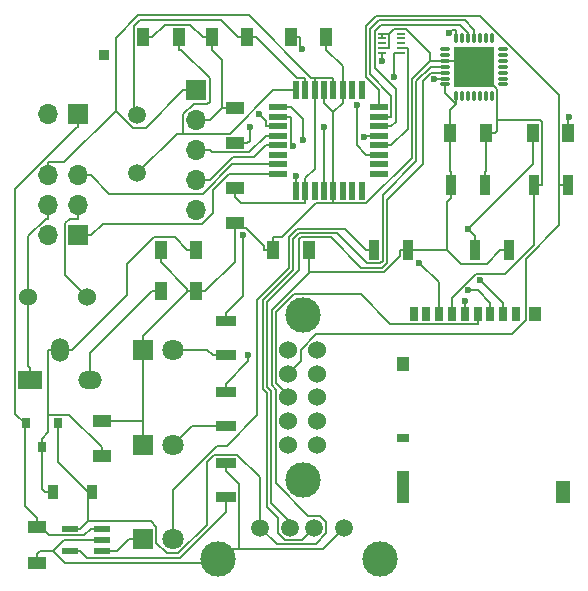
<source format=gtl>
G04 #@! TF.FileFunction,Copper,L1,Top,Signal*
%FSLAX46Y46*%
G04 Gerber Fmt 4.6, Leading zero omitted, Abs format (unit mm)*
G04 Created by KiCad (PCBNEW 4.0.7) date Sat Jan 27 20:56:11 2018*
%MOMM*%
%LPD*%
G01*
G04 APERTURE LIST*
%ADD10C,0.100000*%
%ADD11C,1.500000*%
%ADD12R,1.800000X1.800000*%
%ADD13C,1.800000*%
%ADD14R,0.900000X1.200000*%
%ADD15R,1.700000X1.700000*%
%ADD16O,1.700000X1.700000*%
%ADD17C,3.000000*%
%ADD18C,1.524000*%
%ADD19R,0.700000X0.250000*%
%ADD20O,0.850000X0.300000*%
%ADD21O,0.300000X0.850000*%
%ADD22R,1.675000X1.675000*%
%ADD23R,1.700000X0.900000*%
%ADD24R,0.700000X1.200000*%
%ADD25R,1.000000X1.200000*%
%ADD26R,1.000000X0.800000*%
%ADD27R,1.000000X2.800000*%
%ADD28R,1.300000X1.900000*%
%ADD29R,0.850000X0.850000*%
%ADD30R,0.900000X1.700000*%
%ADD31R,1.320800X0.558800*%
%ADD32R,1.000000X1.600000*%
%ADD33R,1.600000X1.000000*%
%ADD34O,1.500000X2.000000*%
%ADD35R,2.000000X1.500000*%
%ADD36O,2.000000X1.500000*%
%ADD37R,0.550000X1.600000*%
%ADD38R,1.600000X0.550000*%
%ADD39R,0.800000X0.900000*%
%ADD40C,0.600000*%
%ADD41C,0.200000*%
G04 APERTURE END LIST*
D10*
D11*
X105000000Y-76500000D03*
X105000000Y-71620000D03*
D12*
X105460000Y-107500000D03*
D13*
X108000000Y-107500000D03*
D14*
X97850000Y-103500000D03*
X101150000Y-103500000D03*
D15*
X100000000Y-71500000D03*
D16*
X97460000Y-71500000D03*
D11*
X122520000Y-106530000D03*
X119980000Y-106530000D03*
X117950000Y-106530000D03*
X115410000Y-106530000D03*
D17*
X125570000Y-109200000D03*
X111850000Y-109200000D03*
D18*
X117750000Y-99500000D03*
X117750000Y-97500000D03*
X117750000Y-95500000D03*
X117750000Y-93500000D03*
X117750000Y-91500000D03*
X120250000Y-99500000D03*
X120250000Y-97500000D03*
X120250000Y-95500000D03*
X120250000Y-93500000D03*
X120250000Y-91500000D03*
D17*
X119000000Y-102500000D03*
X119000000Y-88500000D03*
D19*
X127300000Y-66300000D03*
X127300000Y-65900000D03*
X127300000Y-65500000D03*
X127300000Y-65100000D03*
X127300000Y-64700000D03*
X125700000Y-64700000D03*
X125700000Y-65100000D03*
X125700000Y-65500000D03*
X125700000Y-65900000D03*
X125700000Y-66300000D03*
D20*
X131050000Y-66000000D03*
X131050000Y-66500000D03*
X131050000Y-67000000D03*
X131050000Y-67500000D03*
X131050000Y-68000000D03*
X131050000Y-68500000D03*
X131050000Y-69000000D03*
D21*
X132000000Y-69950000D03*
X132500000Y-69950000D03*
X133000000Y-69950000D03*
X133500000Y-69950000D03*
X134000000Y-69950000D03*
X134500000Y-69950000D03*
X135000000Y-69950000D03*
D20*
X135950000Y-69000000D03*
X135950000Y-68500000D03*
X135950000Y-68000000D03*
X135950000Y-67500000D03*
X135950000Y-67000000D03*
X135950000Y-66500000D03*
X135950000Y-66000000D03*
D21*
X135000000Y-65050000D03*
X134500000Y-65050000D03*
X134000000Y-65050000D03*
X133500000Y-65050000D03*
X133000000Y-65050000D03*
X132500000Y-65050000D03*
X132000000Y-65050000D03*
D22*
X134337500Y-68337500D03*
X134337500Y-66662500D03*
X132662500Y-68337500D03*
X132662500Y-66662500D03*
D15*
X100000000Y-81790000D03*
D16*
X97460000Y-81790000D03*
X100000000Y-79250000D03*
X97460000Y-79250000D03*
X100000000Y-76710000D03*
X97460000Y-76710000D03*
D12*
X105500000Y-99500000D03*
D13*
X108040000Y-99500000D03*
D12*
X105500000Y-91500000D03*
D13*
X108040000Y-91500000D03*
D23*
X112500000Y-97950000D03*
X112500000Y-95050000D03*
X112500000Y-91950000D03*
X112500000Y-89050000D03*
D24*
X137100000Y-88400000D03*
X136000000Y-88400000D03*
X134900000Y-88400000D03*
X133800000Y-88400000D03*
X132700000Y-88400000D03*
X131600000Y-88400000D03*
X130500000Y-88400000D03*
X129400000Y-88400000D03*
X128450000Y-88400000D03*
D25*
X138650000Y-88400000D03*
X127500000Y-92700000D03*
D26*
X127500000Y-98900000D03*
D27*
X127500000Y-103050000D03*
D28*
X141000000Y-103500000D03*
D29*
X102200000Y-66500000D03*
D30*
X127950000Y-83000000D03*
X125050000Y-83000000D03*
D23*
X112500000Y-103950000D03*
X112500000Y-101050000D03*
D30*
X131550000Y-77500000D03*
X134450000Y-77500000D03*
X133550000Y-83000000D03*
X136450000Y-83000000D03*
X141450000Y-77500000D03*
X138550000Y-77500000D03*
D31*
X101999600Y-108499800D03*
X101999600Y-107560000D03*
X101999600Y-106620200D03*
X99256400Y-106620200D03*
X99256400Y-108499800D03*
D15*
X110000000Y-69500000D03*
D16*
X110000000Y-72040000D03*
X110000000Y-74580000D03*
X110000000Y-77120000D03*
X110000000Y-79660000D03*
D32*
X119500000Y-83000000D03*
X116500000Y-83000000D03*
D33*
X96500000Y-106500000D03*
X96500000Y-109500000D03*
X102000000Y-100500000D03*
X102000000Y-97500000D03*
D32*
X110000000Y-83000000D03*
X107000000Y-83000000D03*
X107000000Y-86500000D03*
X110000000Y-86500000D03*
D33*
X113250000Y-77750000D03*
X113250000Y-80750000D03*
D32*
X118000000Y-65000000D03*
X121000000Y-65000000D03*
X131500000Y-73100000D03*
X134500000Y-73100000D03*
X138500000Y-73100000D03*
X141500000Y-73100000D03*
D33*
X113250000Y-74000000D03*
X113250000Y-71000000D03*
D34*
X98460000Y-91460000D03*
D35*
X95920000Y-94000000D03*
D36*
X101000000Y-94000000D03*
D32*
X108500000Y-65000000D03*
X105500000Y-65000000D03*
X114300000Y-65000000D03*
X111300000Y-65000000D03*
D37*
X124000000Y-69500000D03*
X123200000Y-69500000D03*
X122400000Y-69500000D03*
X121600000Y-69500000D03*
X120800000Y-69500000D03*
X120000000Y-69500000D03*
X119200000Y-69500000D03*
X118400000Y-69500000D03*
D38*
X116950000Y-70950000D03*
X116950000Y-71750000D03*
X116950000Y-72550000D03*
X116950000Y-73350000D03*
X116950000Y-74150000D03*
X116950000Y-74950000D03*
X116950000Y-75750000D03*
X116950000Y-76550000D03*
D37*
X118400000Y-78000000D03*
X119200000Y-78000000D03*
X120000000Y-78000000D03*
X120800000Y-78000000D03*
X121600000Y-78000000D03*
X122400000Y-78000000D03*
X123200000Y-78000000D03*
X124000000Y-78000000D03*
D38*
X125450000Y-76550000D03*
X125450000Y-75750000D03*
X125450000Y-74950000D03*
X125450000Y-74150000D03*
X125450000Y-73350000D03*
X125450000Y-72550000D03*
X125450000Y-71750000D03*
X125450000Y-70950000D03*
D39*
X96900000Y-99700000D03*
X98250000Y-97700000D03*
X95550000Y-97700000D03*
D18*
X95750000Y-87000000D03*
X100750000Y-87000000D03*
D40*
X123582300Y-70778500D03*
X125700000Y-67058000D03*
X124178600Y-73475500D03*
X132991400Y-81275900D03*
X119005200Y-73725900D03*
X133972800Y-85595000D03*
X133034500Y-86442200D03*
X132700000Y-87337100D03*
X118400000Y-76728300D03*
X128868000Y-84084100D03*
X115314900Y-71483900D03*
X114397000Y-91889600D03*
X126689700Y-68400900D03*
X118979500Y-65979500D03*
X130148800Y-68570400D03*
X141574000Y-71747200D03*
X131379300Y-64648700D03*
X120800000Y-72621700D03*
X114543700Y-72621700D03*
X118211600Y-74176300D03*
X113960500Y-81743500D03*
D41*
X95920000Y-94000000D02*
X95920000Y-92989700D01*
X122400000Y-69500000D02*
X122400000Y-68439700D01*
X134500000Y-76339700D02*
X134450000Y-76389700D01*
X134500000Y-73100000D02*
X134500000Y-76339700D01*
X134450000Y-77500000D02*
X134450000Y-76389700D01*
X121000000Y-65000000D02*
X121000000Y-66060300D01*
X132662500Y-67000000D02*
X132662500Y-66662500D01*
X102000000Y-97500000D02*
X103060300Y-97500000D01*
X105500000Y-97500000D02*
X103060300Y-97500000D01*
X110000000Y-72040000D02*
X111110300Y-72040000D01*
X111110300Y-72040000D02*
X112150300Y-71000000D01*
X112150300Y-71000000D02*
X113250000Y-71000000D01*
X122400000Y-69500000D02*
X122400000Y-70560300D01*
X120800000Y-69500000D02*
X120800000Y-70560300D01*
X105500000Y-91500000D02*
X105500000Y-97500000D01*
X109239700Y-86600000D02*
X109239700Y-86500000D01*
X105500000Y-90339700D02*
X109239700Y-86600000D01*
X105500000Y-91500000D02*
X105500000Y-90339700D01*
X107000000Y-83000000D02*
X107000000Y-84060300D01*
X120800000Y-70560300D02*
X121600000Y-71360300D01*
X121600000Y-78000000D02*
X121600000Y-71360300D01*
X121600000Y-71360300D02*
X122400000Y-70560300D01*
X131600000Y-88400000D02*
X131600000Y-87539700D01*
X132662500Y-67000000D02*
X131050000Y-67000000D01*
X131050000Y-67000000D02*
X130364700Y-67000000D01*
X121600000Y-78000000D02*
X121600000Y-78970200D01*
X122400000Y-67460300D02*
X122400000Y-68439700D01*
X121000000Y-66060300D02*
X122400000Y-67460300D01*
X105500000Y-65000000D02*
X106260300Y-65000000D01*
X107320700Y-63939600D02*
X106260300Y-65000000D01*
X109479300Y-63939600D02*
X107320700Y-63939600D01*
X110539700Y-65000000D02*
X109479300Y-63939600D01*
X111300000Y-65000000D02*
X110539700Y-65000000D01*
X125700000Y-65100000D02*
X125700000Y-64700000D01*
X112150300Y-66910600D02*
X111300000Y-66060300D01*
X112150300Y-71000000D02*
X112150300Y-66910600D01*
X111300000Y-65000000D02*
X111300000Y-66060300D01*
X110000000Y-86500000D02*
X109239700Y-86500000D01*
X109239700Y-86300000D02*
X109239700Y-86500000D01*
X107000000Y-84060300D02*
X109239700Y-86300000D01*
X110000000Y-86500000D02*
X110760300Y-86500000D01*
X116500000Y-83000000D02*
X115739700Y-83000000D01*
X115739700Y-82714900D02*
X115739700Y-83000000D01*
X114170900Y-81146100D02*
X115739700Y-82714900D01*
X113250000Y-81146100D02*
X114170900Y-81146100D01*
X113250000Y-80750000D02*
X113250000Y-81146100D01*
X113250000Y-84010300D02*
X110760300Y-86500000D01*
X113250000Y-81146100D02*
X113250000Y-84010300D01*
X121600000Y-79060300D02*
X121600000Y-78970200D01*
X117266200Y-81939700D02*
X116500000Y-81939700D01*
X120145600Y-79060300D02*
X117266200Y-81939700D01*
X121600000Y-79060300D02*
X120145600Y-79060300D01*
X116500000Y-83000000D02*
X116500000Y-81939700D01*
X105500000Y-97500000D02*
X105500000Y-99500000D01*
X96500000Y-109500000D02*
X96500000Y-108739700D01*
X98813700Y-107560000D02*
X101999600Y-107560000D01*
X97881700Y-108492000D02*
X98813700Y-107560000D01*
X96747700Y-108492000D02*
X96500000Y-108739700D01*
X97881700Y-108492000D02*
X96747700Y-108492000D01*
X125700000Y-64700000D02*
X126310300Y-64700000D01*
X126695600Y-64314700D02*
X126310300Y-64700000D01*
X127779300Y-64314700D02*
X126695600Y-64314700D01*
X129799100Y-66334500D02*
X127779300Y-64314700D01*
X129799100Y-67000000D02*
X129799100Y-66334500D01*
X130364700Y-67000000D02*
X129799100Y-67000000D01*
X124400100Y-79060300D02*
X121600000Y-79060300D01*
X128270600Y-75189800D02*
X124400100Y-79060300D01*
X128270600Y-68528500D02*
X128270600Y-75189800D01*
X129799100Y-67000000D02*
X128270600Y-68528500D01*
X126310300Y-65900000D02*
X126310300Y-64700000D01*
X125700000Y-65900000D02*
X126310300Y-65900000D01*
X131600000Y-87084400D02*
X131600000Y-87539700D01*
X133649700Y-85034700D02*
X131600000Y-87084400D01*
X136087100Y-85034700D02*
X133649700Y-85034700D01*
X138550000Y-82571800D02*
X136087100Y-85034700D01*
X138550000Y-77500000D02*
X138550000Y-82571800D01*
X134500000Y-73100000D02*
X135260300Y-73100000D01*
X138550000Y-77500000D02*
X139260300Y-77500000D01*
X139260300Y-72176900D02*
X139260300Y-77500000D01*
X139102900Y-72019500D02*
X139260300Y-72176900D01*
X135413400Y-72019500D02*
X139102900Y-72019500D01*
X135413400Y-69413400D02*
X135413400Y-72019500D01*
X134337500Y-68337500D02*
X135413400Y-69413400D01*
X135413400Y-72946900D02*
X135260300Y-73100000D01*
X135413400Y-72019500D02*
X135413400Y-72946900D01*
X95750000Y-92819700D02*
X95750000Y-87000000D01*
X95920000Y-92989700D02*
X95750000Y-92819700D01*
X97229900Y-80360300D02*
X97460000Y-80360300D01*
X95750000Y-81840200D02*
X97229900Y-80360300D01*
X95750000Y-87000000D02*
X95750000Y-81840200D01*
X97460000Y-79250000D02*
X97460000Y-80360300D01*
X132662500Y-67000000D02*
X132662500Y-68337500D01*
X132662500Y-68337500D02*
X133239700Y-68337500D01*
X134337500Y-68337500D02*
X133788600Y-68337500D01*
X133788600Y-68337500D02*
X133239700Y-68337500D01*
X134337500Y-67788600D02*
X134337500Y-66662500D01*
X133788600Y-68337500D02*
X134337500Y-67788600D01*
X111569200Y-109480800D02*
X111850000Y-109200000D01*
X98870500Y-109480800D02*
X111569200Y-109480800D01*
X97881700Y-108492000D02*
X98870500Y-109480800D01*
X112500000Y-101050000D02*
X112500000Y-101760300D01*
X120731700Y-108318300D02*
X122520000Y-106530000D01*
X113610400Y-108318300D02*
X120731700Y-108318300D01*
X112731700Y-108318300D02*
X113610400Y-108318300D01*
X111850000Y-109200000D02*
X112731700Y-108318300D01*
X113610400Y-102870700D02*
X112500000Y-101760300D01*
X113610400Y-108318300D02*
X113610400Y-102870700D01*
X95550000Y-97700000D02*
X95467500Y-97700000D01*
X96500000Y-106500000D02*
X96500000Y-106119800D01*
X96500000Y-106119800D02*
X96500000Y-105739700D01*
X100519300Y-107179800D02*
X101078900Y-106620200D01*
X97560000Y-107179800D02*
X100519300Y-107179800D01*
X96500000Y-106119800D02*
X97560000Y-107179800D01*
X101999600Y-106620200D02*
X101078900Y-106620200D01*
X100000000Y-71500000D02*
X100000000Y-72610300D01*
X95467500Y-104707200D02*
X96500000Y-105739700D01*
X95467500Y-97700000D02*
X95467500Y-104707200D01*
X99861200Y-72610300D02*
X100000000Y-72610300D01*
X94658100Y-77813400D02*
X99861200Y-72610300D01*
X94658100Y-96890600D02*
X94658100Y-77813400D01*
X95467500Y-97700000D02*
X94658100Y-96890600D01*
X97850000Y-103500000D02*
X97139700Y-103500000D01*
X110000000Y-83000000D02*
X109239700Y-83000000D01*
X98460000Y-91460000D02*
X99470300Y-91460000D01*
X108170900Y-81931200D02*
X109239700Y-83000000D01*
X106374300Y-81931200D02*
X108170900Y-81931200D01*
X104095200Y-84210300D02*
X106374300Y-81931200D01*
X104095200Y-86835100D02*
X104095200Y-84210300D01*
X99470300Y-91460000D02*
X104095200Y-86835100D01*
X96900000Y-103260300D02*
X96900000Y-99700000D01*
X97139700Y-103500000D02*
X96900000Y-103260300D01*
X96900000Y-99700000D02*
X96900000Y-98989700D01*
X98460000Y-91460000D02*
X97449700Y-91460000D01*
X102000000Y-100500000D02*
X102000000Y-99739700D01*
X99246100Y-96985800D02*
X102000000Y-99739700D01*
X97449700Y-96985800D02*
X99246100Y-96985800D01*
X97449700Y-98440000D02*
X97449700Y-96985800D01*
X96900000Y-98989700D02*
X97449700Y-98440000D01*
X97449700Y-96985800D02*
X97449700Y-91460000D01*
X132000000Y-69950000D02*
X132000000Y-70635300D01*
X136450000Y-83000000D02*
X135739700Y-83000000D01*
X127950000Y-83000000D02*
X128660300Y-83000000D01*
X131500000Y-71135300D02*
X132000000Y-70635300D01*
X131500000Y-73100000D02*
X131500000Y-71135300D01*
X131050000Y-69685300D02*
X131050000Y-69000000D01*
X132000000Y-70635300D02*
X131050000Y-69685300D01*
X131500000Y-76339700D02*
X131500000Y-73100000D01*
X131550000Y-76389700D02*
X131500000Y-76339700D01*
X131550000Y-77500000D02*
X131550000Y-76389700D01*
X131550000Y-77500000D02*
X131550000Y-78610300D01*
X132402700Y-84164700D02*
X131238000Y-83000000D01*
X134575000Y-84164700D02*
X132402700Y-84164700D01*
X135739700Y-83000000D02*
X134575000Y-84164700D01*
X131238000Y-83000000D02*
X128660300Y-83000000D01*
X131238000Y-78922300D02*
X131238000Y-83000000D01*
X131550000Y-78610300D02*
X131238000Y-78922300D01*
X127950000Y-83000000D02*
X127239700Y-83000000D01*
X101150000Y-103500000D02*
X100794900Y-103500000D01*
X99256400Y-106620200D02*
X100177100Y-106620200D01*
X98250000Y-100955100D02*
X100794900Y-103500000D01*
X98250000Y-97700000D02*
X98250000Y-100955100D01*
X115410000Y-102269700D02*
X115410000Y-106530000D01*
X113478300Y-100338000D02*
X115410000Y-102269700D01*
X111495800Y-100338000D02*
X113478300Y-100338000D01*
X110863900Y-100969900D02*
X111495800Y-100338000D01*
X110863900Y-106296400D02*
X110863900Y-100969900D01*
X108458700Y-108701600D02*
X110863900Y-106296400D01*
X107529100Y-108701600D02*
X108458700Y-108701600D01*
X106620400Y-107792900D02*
X107529100Y-108701600D01*
X106620400Y-106445300D02*
X106620400Y-107792900D01*
X106177500Y-106002400D02*
X106620400Y-106445300D01*
X100794900Y-106002400D02*
X106177500Y-106002400D01*
X100794900Y-103500000D02*
X100794900Y-106002400D01*
X100794900Y-106002400D02*
X100177100Y-106620200D01*
X119500000Y-84774700D02*
X119605500Y-84880200D01*
X119500000Y-83000000D02*
X119500000Y-84774700D01*
X125860400Y-84880200D02*
X119605500Y-84880200D01*
X127239700Y-83500900D02*
X125860400Y-84880200D01*
X127239700Y-83000000D02*
X127239700Y-83500900D01*
X116799000Y-107919000D02*
X115410000Y-106530000D01*
X120084900Y-107919000D02*
X116799000Y-107919000D01*
X120995300Y-107008600D02*
X120084900Y-107919000D01*
X120995300Y-106068600D02*
X120995300Y-107008600D01*
X120431400Y-105504700D02*
X120995300Y-106068600D01*
X119464400Y-105504700D02*
X120431400Y-105504700D01*
X116723000Y-102763300D02*
X119464400Y-105504700D01*
X116723000Y-94851800D02*
X116723000Y-102763300D01*
X116362700Y-94491500D02*
X116723000Y-94851800D01*
X116362700Y-88123000D02*
X116362700Y-94491500D01*
X119605500Y-84880200D02*
X116362700Y-88123000D01*
X103299900Y-108499800D02*
X104299700Y-107500000D01*
X101999600Y-108499800D02*
X103299900Y-108499800D01*
X105460000Y-107500000D02*
X104299700Y-107500000D01*
X125050000Y-83000000D02*
X124339700Y-83000000D01*
X108000000Y-103324300D02*
X108000000Y-107500000D01*
X111705200Y-99619100D02*
X108000000Y-103324300D01*
X112554600Y-99619100D02*
X111705200Y-99619100D01*
X115171900Y-97001800D02*
X112554600Y-99619100D01*
X115171900Y-87214000D02*
X115171900Y-97001800D01*
X117811400Y-84574500D02*
X115171900Y-87214000D01*
X117811400Y-81921400D02*
X117811400Y-84574500D01*
X118513800Y-81219000D02*
X117811400Y-81921400D01*
X122558700Y-81219000D02*
X118513800Y-81219000D01*
X124339700Y-83000000D02*
X122558700Y-81219000D01*
X125450000Y-72550000D02*
X126510300Y-72550000D01*
X133000000Y-64627800D02*
X133000000Y-65050000D01*
X132319500Y-63947300D02*
X133000000Y-64627800D01*
X125607600Y-63947300D02*
X132319500Y-63947300D01*
X125089700Y-64465200D02*
X125607600Y-63947300D01*
X125089700Y-67593300D02*
X125089700Y-64465200D01*
X126870600Y-69374200D02*
X125089700Y-67593300D01*
X126870600Y-72189700D02*
X126870600Y-69374200D01*
X126510300Y-72550000D02*
X126870600Y-72189700D01*
X132717800Y-63582500D02*
X133500000Y-64364700D01*
X125461900Y-63582500D02*
X132717800Y-63582500D01*
X124707100Y-64337300D02*
X125461900Y-63582500D01*
X124707100Y-68155300D02*
X124707100Y-64337300D01*
X126510300Y-69958500D02*
X124707100Y-68155300D01*
X126510300Y-71750000D02*
X126510300Y-69958500D01*
X125450000Y-71750000D02*
X126510300Y-71750000D01*
X133500000Y-65050000D02*
X133500000Y-64364700D01*
X127910300Y-72750000D02*
X127910300Y-65900000D01*
X126510300Y-74150000D02*
X127910300Y-72750000D01*
X125450000Y-74150000D02*
X126510300Y-74150000D01*
X127300000Y-65900000D02*
X127910300Y-65900000D01*
X125450000Y-74950000D02*
X124389700Y-74950000D01*
X123582300Y-74142600D02*
X123582300Y-70778500D01*
X124389700Y-74950000D02*
X123582300Y-74142600D01*
X125700000Y-66300000D02*
X125700000Y-67058000D01*
X101000000Y-91739700D02*
X106239700Y-86500000D01*
X101000000Y-94000000D02*
X101000000Y-91739700D01*
X107000000Y-86500000D02*
X106239700Y-86500000D01*
X124264200Y-73475500D02*
X124389700Y-73350000D01*
X124178600Y-73475500D02*
X124264200Y-73475500D01*
X125450000Y-73350000D02*
X124389700Y-73350000D01*
X99296100Y-80360300D02*
X100000000Y-80360300D01*
X98889600Y-80766800D02*
X99296100Y-80360300D01*
X98889600Y-85139600D02*
X98889600Y-80766800D01*
X100750000Y-87000000D02*
X98889600Y-85139600D01*
X100000000Y-79250000D02*
X100000000Y-80360300D01*
X133550000Y-83000000D02*
X133550000Y-81889700D01*
X138500000Y-75767300D02*
X132991400Y-81275900D01*
X138500000Y-73100000D02*
X138500000Y-75767300D01*
X133550000Y-81834500D02*
X133550000Y-81889700D01*
X132991400Y-81275900D02*
X133550000Y-81834500D01*
X118951300Y-107558700D02*
X119980000Y-106530000D01*
X117512900Y-107558700D02*
X118951300Y-107558700D01*
X116894200Y-106940000D02*
X117512900Y-107558700D01*
X116894200Y-105728900D02*
X116894200Y-106940000D01*
X115975500Y-104810200D02*
X116894200Y-105728900D01*
X115975500Y-95123300D02*
X115975500Y-104810200D01*
X115642100Y-94789900D02*
X115975500Y-95123300D01*
X115642100Y-87253300D02*
X115642100Y-94789900D01*
X118171700Y-84723700D02*
X115642100Y-87253300D01*
X118171700Y-82070600D02*
X118171700Y-84723700D01*
X118663000Y-81579300D02*
X118171700Y-82070600D01*
X121897100Y-81579300D02*
X118663000Y-81579300D01*
X124477400Y-84159600D02*
X121897100Y-81579300D01*
X125562000Y-84159600D02*
X124477400Y-84159600D01*
X125764800Y-83956800D02*
X125562000Y-84159600D01*
X125764800Y-78371300D02*
X125764800Y-83956800D01*
X128631000Y-75505100D02*
X125764800Y-78371300D01*
X128631000Y-68701300D02*
X128631000Y-75505100D01*
X129832300Y-67500000D02*
X128631000Y-68701300D01*
X131050000Y-67500000D02*
X129832300Y-67500000D01*
X117950000Y-106020600D02*
X117950000Y-106530000D01*
X116355100Y-104425700D02*
X117950000Y-106020600D01*
X116355100Y-94993400D02*
X116355100Y-104425700D01*
X116002400Y-94640700D02*
X116355100Y-94993400D01*
X116002400Y-87402500D02*
X116002400Y-94640700D01*
X118681200Y-84723700D02*
X116002400Y-87402500D01*
X118681200Y-82082900D02*
X118681200Y-84723700D01*
X118824400Y-81939700D02*
X118681200Y-82082900D01*
X121365800Y-81939700D02*
X118824400Y-81939700D01*
X123946000Y-84519900D02*
X121365800Y-81939700D01*
X125711200Y-84519900D02*
X123946000Y-84519900D01*
X126125100Y-84106000D02*
X125711200Y-84519900D01*
X126125100Y-78829200D02*
X126125100Y-84106000D01*
X129194400Y-75759900D02*
X126125100Y-78829200D01*
X129194400Y-68670200D02*
X129194400Y-75759900D01*
X129864600Y-68000000D02*
X129194400Y-68670200D01*
X131050000Y-68000000D02*
X129864600Y-68000000D01*
X116950000Y-73350000D02*
X115889700Y-73350000D01*
X110000000Y-74580000D02*
X111110300Y-74580000D01*
X114479300Y-74760400D02*
X115889700Y-73350000D01*
X111290700Y-74760400D02*
X114479300Y-74760400D01*
X111110300Y-74580000D02*
X111290700Y-74760400D01*
X113109500Y-75120800D02*
X111110300Y-77120000D01*
X114918900Y-75120800D02*
X113109500Y-75120800D01*
X115889700Y-74150000D02*
X114918900Y-75120800D01*
X116950000Y-74150000D02*
X115889700Y-74150000D01*
X110000000Y-77120000D02*
X111110300Y-77120000D01*
X119005200Y-71944900D02*
X119005200Y-73725900D01*
X118010300Y-70950000D02*
X119005200Y-71944900D01*
X135917500Y-87539700D02*
X136000000Y-87539700D01*
X133972800Y-85595000D02*
X135917500Y-87539700D01*
X136000000Y-88400000D02*
X136000000Y-87539700D01*
X116950000Y-70950000D02*
X118010300Y-70950000D01*
X100000000Y-76710000D02*
X101110300Y-76710000D01*
X113029000Y-75750000D02*
X116950000Y-75750000D01*
X110538500Y-78240500D02*
X113029000Y-75750000D01*
X102640800Y-78240500D02*
X110538500Y-78240500D01*
X101110300Y-76710000D02*
X102640800Y-78240500D01*
X133802500Y-86442200D02*
X134900000Y-87539700D01*
X133034500Y-86442200D02*
X133802500Y-86442200D01*
X134900000Y-88400000D02*
X134900000Y-87539700D01*
X132700000Y-88400000D02*
X132700000Y-87539700D01*
X132700000Y-87539700D02*
X132700000Y-87337100D01*
X118400000Y-78000000D02*
X118400000Y-76728300D01*
X100000000Y-81790000D02*
X101110300Y-81790000D01*
X112777500Y-76550000D02*
X116950000Y-76550000D01*
X111377600Y-77949900D02*
X112777500Y-76550000D01*
X111377600Y-79898900D02*
X111377600Y-77949900D01*
X110499200Y-80777300D02*
X111377600Y-79898900D01*
X102123000Y-80777300D02*
X110499200Y-80777300D01*
X101110300Y-81790000D02*
X102123000Y-80777300D01*
X130500000Y-85716100D02*
X130500000Y-88400000D01*
X128868000Y-84084100D02*
X130500000Y-85716100D01*
X141450000Y-77500000D02*
X140739700Y-77500000D01*
X140739700Y-69926500D02*
X140739700Y-77500000D01*
X134035300Y-63222100D02*
X140739700Y-69926500D01*
X125189400Y-63222100D02*
X134035300Y-63222100D01*
X124346700Y-64064800D02*
X125189400Y-63222100D01*
X124346700Y-68379000D02*
X124346700Y-64064800D01*
X125450000Y-69482300D02*
X124346700Y-68379000D01*
X125450000Y-70950000D02*
X125450000Y-69482300D01*
X118819900Y-92430100D02*
X117750000Y-93500000D01*
X118819900Y-91454800D02*
X118819900Y-92430100D01*
X120121200Y-90153500D02*
X118819900Y-91454800D01*
X136707000Y-90153500D02*
X120121200Y-90153500D01*
X137889600Y-88970900D02*
X136707000Y-90153500D01*
X137889600Y-83741900D02*
X137889600Y-88970900D01*
X140739700Y-80891800D02*
X137889600Y-83741900D01*
X140739700Y-77500000D02*
X140739700Y-80891800D01*
X109590000Y-97950000D02*
X108040000Y-99500000D01*
X112500000Y-97950000D02*
X109590000Y-97950000D01*
X110939700Y-91500000D02*
X108040000Y-91500000D01*
X111389700Y-91950000D02*
X110939700Y-91500000D01*
X112500000Y-91950000D02*
X111389700Y-91950000D01*
X116950000Y-72550000D02*
X115889700Y-72550000D01*
X115889700Y-72058700D02*
X115314900Y-71483900D01*
X115889700Y-72550000D02*
X115889700Y-72058700D01*
X114397000Y-92442700D02*
X114397000Y-91889600D01*
X112500000Y-94339700D02*
X114397000Y-92442700D01*
X112500000Y-95050000D02*
X112500000Y-94339700D01*
X120000000Y-69500000D02*
X120000000Y-68439700D01*
X121600000Y-69500000D02*
X121600000Y-68529800D01*
X121509900Y-68439700D02*
X120000000Y-68439700D01*
X121600000Y-68529800D02*
X121509900Y-68439700D01*
X97460000Y-76710000D02*
X97460000Y-75599700D01*
X127300000Y-66300000D02*
X126689700Y-66300000D01*
X110000000Y-69500000D02*
X108889700Y-69500000D01*
X98782300Y-75599700D02*
X97460000Y-75599700D01*
X103166300Y-71215700D02*
X98782300Y-75599700D01*
X103166300Y-65080100D02*
X103166300Y-71215700D01*
X105083200Y-63163200D02*
X103166300Y-65080100D01*
X114448000Y-63163200D02*
X105083200Y-63163200D01*
X119724500Y-68439700D02*
X114448000Y-63163200D01*
X120000000Y-68439700D02*
X119724500Y-68439700D01*
X105723100Y-72666600D02*
X108889700Y-69500000D01*
X104617200Y-72666600D02*
X105723100Y-72666600D01*
X103166300Y-71215700D02*
X104617200Y-72666600D01*
X119200000Y-77559900D02*
X119200000Y-76939700D01*
X119200000Y-77559900D02*
X119200000Y-78000000D01*
X113800000Y-79060300D02*
X113250000Y-78510300D01*
X119200000Y-79060300D02*
X113800000Y-79060300D01*
X119200000Y-78000000D02*
X119200000Y-79060300D01*
X113250000Y-77750000D02*
X113250000Y-78510300D01*
X120000000Y-76139700D02*
X120000000Y-69500000D01*
X119200000Y-76939700D02*
X120000000Y-76139700D01*
X126689700Y-66300000D02*
X126689700Y-68400900D01*
X126423700Y-89260300D02*
X133800000Y-89260300D01*
X123900500Y-86737100D02*
X126423700Y-89260300D01*
X118258300Y-86737100D02*
X123900500Y-86737100D01*
X116723100Y-88272300D02*
X118258300Y-86737100D01*
X116723100Y-94310900D02*
X116723100Y-88272300D01*
X117750000Y-95337800D02*
X116723100Y-94310900D01*
X117750000Y-95500000D02*
X117750000Y-95337800D01*
X133800000Y-88400000D02*
X133800000Y-89260300D01*
X131050000Y-68500000D02*
X130364700Y-68500000D01*
X118000000Y-65000000D02*
X118760300Y-65000000D01*
X118760300Y-65760300D02*
X118979500Y-65979500D01*
X118760300Y-65000000D02*
X118760300Y-65760300D01*
X130219200Y-68500000D02*
X130148800Y-68570400D01*
X130364700Y-68500000D02*
X130219200Y-68500000D01*
X141574000Y-71965700D02*
X141574000Y-71747200D01*
X141500000Y-72039700D02*
X141574000Y-71965700D01*
X132000000Y-65050000D02*
X132000000Y-64364700D01*
X141500000Y-73100000D02*
X141500000Y-72039700D01*
X131663300Y-64364700D02*
X131379300Y-64648700D01*
X132000000Y-64364700D02*
X131663300Y-64364700D01*
X113250000Y-74000000D02*
X114310300Y-74000000D01*
X114543700Y-73766600D02*
X114543700Y-72621700D01*
X114310300Y-74000000D02*
X114543700Y-73766600D01*
X120800000Y-78000000D02*
X120800000Y-72621700D01*
X108500000Y-65000000D02*
X108500000Y-66060300D01*
X108700400Y-66060300D02*
X108500000Y-66060300D01*
X111119900Y-68479800D02*
X108700400Y-66060300D01*
X111119900Y-70457600D02*
X111119900Y-68479800D01*
X110917900Y-70659600D02*
X111119900Y-70457600D01*
X109758500Y-70659600D02*
X110917900Y-70659600D01*
X108876300Y-71541800D02*
X109758500Y-70659600D01*
X108876300Y-73167400D02*
X108876300Y-71541800D01*
X112833700Y-73167400D02*
X108876300Y-73167400D01*
X116501100Y-69500000D02*
X112833700Y-73167400D01*
X118400000Y-69500000D02*
X116501100Y-69500000D01*
X108332600Y-73167400D02*
X105000000Y-76500000D01*
X108876300Y-73167400D02*
X108332600Y-73167400D01*
X114300000Y-65000000D02*
X113539700Y-65000000D01*
X112096500Y-63556800D02*
X113539700Y-65000000D01*
X105239400Y-63556800D02*
X112096500Y-63556800D01*
X104729900Y-64066300D02*
X105239400Y-63556800D01*
X104729900Y-71349900D02*
X104729900Y-64066300D01*
X105000000Y-71620000D02*
X104729900Y-71349900D01*
X118500000Y-68439700D02*
X115060300Y-65000000D01*
X119200000Y-68439700D02*
X118500000Y-68439700D01*
X119200000Y-69500000D02*
X119200000Y-68439700D01*
X114300000Y-65000000D02*
X115060300Y-65000000D01*
X112500000Y-89050000D02*
X112500000Y-88339700D01*
X113960500Y-86879200D02*
X113960500Y-81743500D01*
X112500000Y-88339700D02*
X113960500Y-86879200D01*
X116950000Y-71750000D02*
X118010300Y-71750000D01*
X118010300Y-73975000D02*
X118211600Y-74176300D01*
X118010300Y-71750000D02*
X118010300Y-73975000D01*
X99256400Y-108499800D02*
X100177100Y-108499800D01*
X112500000Y-103950000D02*
X112500000Y-104660300D01*
X112500000Y-105169800D02*
X112500000Y-104660300D01*
X108586000Y-109083800D02*
X112500000Y-105169800D01*
X100761100Y-109083800D02*
X108586000Y-109083800D01*
X100177100Y-108499800D02*
X100761100Y-109083800D01*
M02*

</source>
